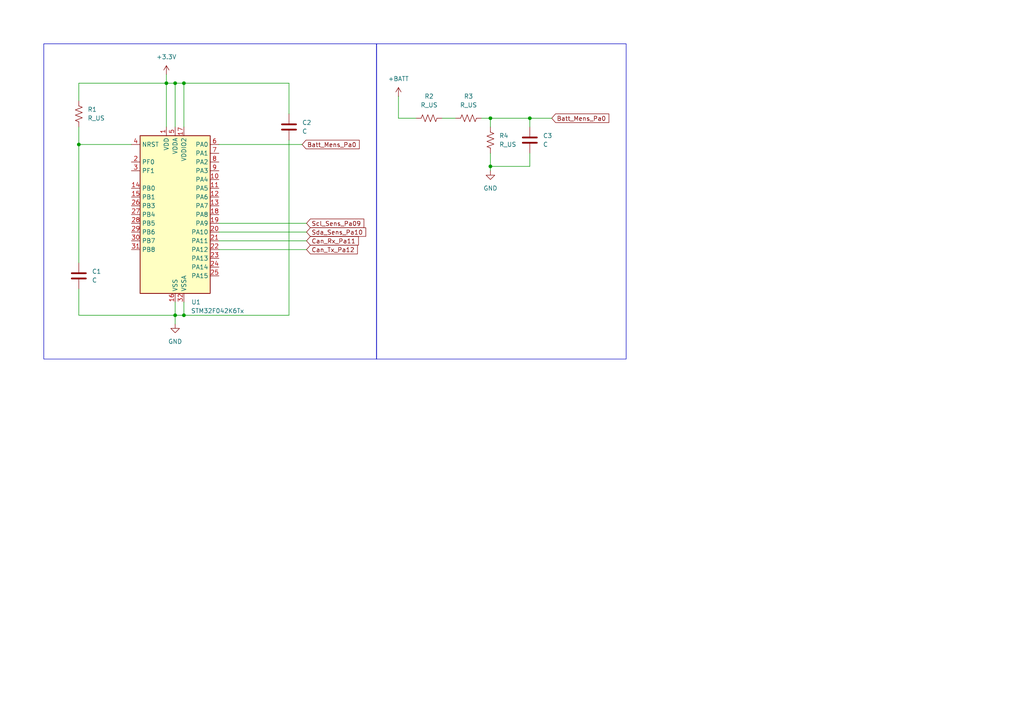
<source format=kicad_sch>
(kicad_sch (version 20250114) (generator "eeschema") (generator_version "9.0")
  (paper "A4")
  (lib_symbols
    (symbol "Device:C" (pin_numbers (hide yes)) (pin_names (offset 0.254))
      (property "Reference" "C" (at 0.635 2.54 0))
      (property "Value" "C" (at 0.635 -2.54 0))
      (symbol "C_0_1"
        (polyline (pts (xy -2.032 0.762) (xy 2.032 0.762)) (stroke (width 0.508)))
        (polyline (pts (xy -2.032 -0.762) (xy 2.032 -0.762)) (stroke (width 0.508)))
      )
      (symbol "C_1_1"
        (pin passive line (at 0 3.81 270) (length 2.794) (name "~") (number "1"))
        (pin passive line (at 0 -3.81 90) (length 2.794) (name "~") (number "2"))
      )
    )
    (symbol "Device:R_US" (pin_numbers (hide yes)) (pin_names (offset 0))
      (property "Reference" "R" (at 2.54 0 90))
      (property "Value" "R_US" (at -2.54 0 90))
      (symbol "R_US_0_1"
        (polyline (pts (xy 0 2.286) (xy 0 2.54)))
        (polyline (pts (xy 0 2.286) (xy 1.016 1.905) (xy 0 1.524) (xy -1.016 1.143) (xy 0 0.762)))
        (polyline (pts (xy 0 0.762) (xy 1.016 0.381) (xy 0 0) (xy -1.016 -0.381) (xy 0 -0.762)))
        (polyline (pts (xy 0 -0.762) (xy 1.016 -1.143) (xy 0 -1.524) (xy -1.016 -1.905) (xy 0 -2.286)))
        (polyline (pts (xy 0 -2.286) (xy 0 -2.54)))
      )
      (symbol "R_US_1_1"
        (pin passive line (at 0 3.81 270) (length 1.27) (name "~") (number "1"))
        (pin passive line (at 0 -3.81 90) (length 1.27) (name "~") (number "2"))
      )
    )
    (symbol "MCU_ST_STM32F0:STM32F042K6Tx"
      (property "Reference" "U" (at -10.16 24.13 0))
      (property "Value" "STM32F042K6Tx" (at 5.08 24.13 0))
      (symbol "STM32F042K6Tx_0_1"
        (rectangle (start -10.16 -22.86) (end 10.16 22.86) (stroke (width 0.254)) (fill (type background)))
      )
      (symbol "STM32F042K6Tx_1_1"
        (pin input line (at -12.7 20.32 0) (length 2.54) (name "NRST") (number "4"))
        (pin bidirectional line (at -12.7 15.24 0) (length 2.54) (name "PF0") (number "2"))
        (pin bidirectional line (at -12.7 12.7 0) (length 2.54) (name "PF1") (number "3"))
        (pin bidirectional line (at -12.7 7.62 0) (length 2.54) (name "PB0") (number "14"))
        (pin bidirectional line (at -12.7 5.08 0) (length 2.54) (name "PB1") (number "15"))
        (pin bidirectional line (at -12.7 2.54 0) (length 2.54) (name "PB3") (number "26"))
        (pin bidirectional line (at -12.7 0 0) (length 2.54) (name "PB4") (number "27"))
        (pin bidirectional line (at -12.7 -2.54 0) (length 2.54) (name "PB5") (number "28"))
        (pin bidirectional line (at -12.7 -5.08 0) (length 2.54) (name "PB6") (number "29"))
        (pin bidirectional line (at -12.7 -7.62 0) (length 2.54) (name "PB7") (number "30"))
        (pin bidirectional line (at -12.7 -10.16 0) (length 2.54) (name "PB8") (number "31"))
        (pin power_in line (at -2.54 25.4 270) (length 2.54) (name "VDD") (number "1"))
        (pin power_in line (at 0 25.4 270) (length 2.54) (name "VDDA") (number "5"))
        (pin power_in line (at 0 -25.4 90) (length 2.54) (name "VSS") (number "16"))
        (pin power_in line (at 2.54 25.4 270) (length 2.54) (name "VDDIO2") (number "17"))
        (pin power_in line (at 2.54 -25.4 90) (length 2.54) (name "VSSA") (number "32"))
        (pin bidirectional line (at 12.7 20.32 180) (length 2.54) (name "PA0") (number "6"))
        (pin bidirectional line (at 12.7 17.78 180) (length 2.54) (name "PA1") (number "7"))
        (pin bidirectional line (at 12.7 15.24 180) (length 2.54) (name "PA2") (number "8"))
        (pin bidirectional line (at 12.7 12.7 180) (length 2.54) (name "PA3") (number "9"))
        (pin bidirectional line (at 12.7 10.16 180) (length 2.54) (name "PA4") (number "10"))
        (pin bidirectional line (at 12.7 7.62 180) (length 2.54) (name "PA5") (number "11"))
        (pin bidirectional line (at 12.7 5.08 180) (length 2.54) (name "PA6") (number "12"))
        (pin bidirectional line (at 12.7 2.54 180) (length 2.54) (name "PA7") (number "13"))
        (pin bidirectional line (at 12.7 0 180) (length 2.54) (name "PA8") (number "18"))
        (pin bidirectional line (at 12.7 -2.54 180) (length 2.54) (name "PA9") (number "19"))
        (pin bidirectional line (at 12.7 -5.08 180) (length 2.54) (name "PA10") (number "20"))
        (pin bidirectional line (at 12.7 -7.62 180) (length 2.54) (name "PA11") (number "21"))
        (pin bidirectional line (at 12.7 -10.16 180) (length 2.54) (name "PA12") (number "22"))
        (pin bidirectional line (at 12.7 -12.7 180) (length 2.54) (name "PA13") (number "23"))
        (pin bidirectional line (at 12.7 -15.24 180) (length 2.54) (name "PA14") (number "24"))
        (pin bidirectional line (at 12.7 -17.78 180) (length 2.54) (name "PA15") (number "25"))
      )
    )
    (symbol "power:+3.3V" (power) (pin_names (offset 0))
      (property "Value" "+3.3V" (at 0 3.556 0))
      (symbol "+3.3V_0_1"
        (polyline (pts (xy -0.762 1.27) (xy 0 2.54)))
        (polyline (pts (xy 0 2.54) (xy 0.762 1.27)))
        (polyline (pts (xy 0 0) (xy 0 2.54)))
      )
      (symbol "+3.3V_1_1"
        (pin power_in line (at 0 0 90) (length 0) (hide yes) (name "+3.3V") (number "1"))
      )
    )
    (symbol "power:+BATT" (power) (pin_numbers (hide yes)) (pin_names (offset 0) (hide yes))
      (property "Value" "+BATT" (at 0 3.556 0))
      (symbol "+BATT_0_1"
        (polyline (pts (xy -0.762 1.27) (xy 0 2.54)))
        (polyline (pts (xy 0 2.54) (xy 0.762 1.27)))
        (polyline (pts (xy 0 0) (xy 0 2.54)))
      )
      (symbol "+BATT_1_1"
        (pin power_in line (at 0 0 90) (length 0) (name "~") (number "1"))
      )
    )
    (symbol "power:GND" (power) (pin_names (offset 0))
      (property "Value" "GND" (at 0 -3.81 0))
      (symbol "GND_0_1"
        (polyline (pts (xy 0 0) (xy 0 -1.27) (xy 1.27 -1.27) (xy 0 -2.54) (xy -1.27 -1.27) (xy 0 -1.27)))
      )
      (symbol "GND_1_1"
        (pin power_in line (at 0 0 270) (length 0) (hide yes) (name "GND") (number "1"))
      )
    )
  )
  (rectangle (start 12.7 12.7) (end 109.22 104.14))
  (rectangle (start 109.22 12.7) (end 181.61 104.14))
  (junction (at 153.67 34.29))
  (junction (at 50.8 91.44))
  (junction (at 142.24 48.26))
  (junction (at 53.34 91.44))
  (junction (at 50.8 24.13))
  (junction (at 22.86 41.91))
  (junction (at 53.34 24.13))
  (junction (at 48.26 24.13))
  (junction (at 142.24 34.29))
  (wire (pts (xy 142.24 36.83) (xy 142.24 34.29)))
  (wire (pts (xy 83.82 24.13) (xy 53.34 24.13)))
  (wire (pts (xy 22.86 24.13) (xy 48.26 24.13)))
  (wire (pts (xy 48.26 24.13) (xy 50.8 24.13)))
  (wire (pts (xy 142.24 48.26) (xy 142.24 49.53)))
  (wire (pts (xy 88.9 67.31) (xy 63.5 67.31)))
  (wire (pts (xy 83.82 40.64) (xy 83.82 91.44)))
  (wire (pts (xy 153.67 34.29) (xy 153.67 36.83)))
  (wire (pts (xy 48.26 24.13) (xy 48.26 36.83)))
  (wire (pts (xy 63.5 69.85) (xy 88.9 69.85)))
  (wire (pts (xy 22.86 41.91) (xy 22.86 76.2)))
  (wire (pts (xy 53.34 91.44) (xy 50.8 91.44)))
  (wire (pts (xy 22.86 36.83) (xy 22.86 41.91)))
  (wire (pts (xy 53.34 87.63) (xy 53.34 91.44)))
  (wire (pts (xy 142.24 34.29) (xy 139.7 34.29)))
  (wire (pts (xy 63.5 64.77) (xy 88.9 64.77)))
  (wire (pts (xy 115.57 34.29) (xy 120.65 34.29)))
  (wire (pts (xy 50.8 87.63) (xy 50.8 91.44)))
  (wire (pts (xy 63.5 72.39) (xy 88.9 72.39)))
  (wire (pts (xy 83.82 91.44) (xy 53.34 91.44)))
  (wire (pts (xy 48.26 21.59) (xy 48.26 24.13)))
  (wire (pts (xy 128.27 34.29) (xy 132.08 34.29)))
  (wire (pts (xy 115.57 27.94) (xy 115.57 34.29)))
  (wire (pts (xy 63.5 41.91) (xy 87.63 41.91)))
  (wire (pts (xy 22.86 41.91) (xy 38.1 41.91)))
  (wire (pts (xy 142.24 34.29) (xy 153.67 34.29)))
  (wire (pts (xy 22.86 91.44) (xy 50.8 91.44)))
  (wire (pts (xy 53.34 24.13) (xy 53.34 36.83)))
  (wire (pts (xy 22.86 29.21) (xy 22.86 24.13)))
  (wire (pts (xy 50.8 24.13) (xy 50.8 36.83)))
  (wire (pts (xy 22.86 83.82) (xy 22.86 91.44)))
  (wire (pts (xy 153.67 48.26) (xy 142.24 48.26)))
  (wire (pts (xy 142.24 44.45) (xy 142.24 48.26)))
  (wire (pts (xy 50.8 24.13) (xy 53.34 24.13)))
  (wire (pts (xy 83.82 33.02) (xy 83.82 24.13)))
  (wire (pts (xy 50.8 91.44) (xy 50.8 93.98)))
  (wire (pts (xy 153.67 44.45) (xy 153.67 48.26)))
  (wire (pts (xy 160.02 34.29) (xy 153.67 34.29)))
  (global_label "Batt_Mens_Pa0" (shape input) (at 160.02 34.29 0) (property "Intersheetrefs" "${INTERSHEET_REFS}" (effects (hide yes))))
  (global_label "Scl_Sens_Pa09" (shape input) (at 88.9 64.77 0) (property "Intersheetrefs" "${INTERSHEET_REFS}" (effects (hide yes))))
  (global_label "Batt_Mens_Pa0" (shape input) (at 87.63 41.91 0) (property "Intersheetrefs" "${INTERSHEET_REFS}" (effects (hide yes))))
  (global_label "Sda_Sens_Pa10" (shape input) (at 88.9 67.31 0) (property "Intersheetrefs" "${INTERSHEET_REFS}" (effects (hide yes))))
  (global_label "Can_Rx_Pa11" (shape input) (at 88.9 69.85 0) (property "Intersheetrefs" "${INTERSHEET_REFS}" (effects (hide yes))))
  (global_label "Can_Tx_Pa12" (shape input) (at 88.9 72.39 0) (property "Intersheetrefs" "${INTERSHEET_REFS}" (effects (hide yes))))
  (symbol (lib_id "power:+3.3V") (at 48.26 21.59 0) (unit 1)
    (property "Reference" "#PWR01" (effects (hide yes)))
    (property "Value" "+3.3V" (at 48.26 16.51 0))
    (property "Description" "Power symbol creates a global label with name \"+3.3V\"" (effects (hide yes)))
  )
  (symbol (lib_id "power:+BATT") (at 115.57 27.94 0) (unit 1)
    (property "Reference" "#PWR04" (effects (hide yes)))
    (property "Value" "+BATT" (at 115.57 22.86 0))
    (property "Description" "Power symbol creates a global label with name \"+BATT\"" (effects (hide yes)))
  )
  (symbol (lib_id "MCU_ST_STM32F0:STM32F042K6Tx") (at 50.8 62.23 0) (unit 1)
    (property "Reference" "U1" (at 55.4833 87.63 0) (effects (justify left)))
    (property "Value" "STM32F042K6Tx" (at 55.372 90.17 0) (effects (justify left)))
    (property "Footprint" "Package_QFP:LQFP-32_7x7mm_P0.8mm" (effects (hide yes)))
    (property "Datasheet" "https://www.st.com/resource/en/datasheet/stm32f042k6.pdf" (effects (hide yes)))
    (property "Description" "STMicroelectronics Arm Cortex-M0 MCU, 32KB flash, 6KB RAM, 48 MHz, 2.0-3.6V, 26 GPIO, LQFP32" (effects (hide yes)))
  )
  (symbol (lib_id "power:GND") (at 142.24 49.53 0) (unit 1)
    (property "Reference" "#PWR03" (effects (hide yes)))
    (property "Value" "GND" (at 142.24 54.61 0))
    (property "Description" "Power symbol creates a global label with name \"GND\" , ground" (effects (hide yes)))
  )
  (symbol (lib_id "Device:C") (at 83.82 36.83 0) (unit 1)
    (property "Reference" "C2" (at 87.63 35.5599 0) (effects (justify left)))
    (property "Value" "C" (at 87.63 38.0999 0) (effects (justify left)))
    (property "Description" "Unpolarized capacitor" (effects (hide yes)))
  )
  (symbol (lib_id "Device:R_US") (at 22.86 33.02 0) (unit 1)
    (property "Reference" "R1" (at 25.4 31.7499 0) (effects (justify left)))
    (property "Value" "R_US" (at 25.4 34.2899 0) (effects (justify left)))
    (property "Description" "Resistor, US symbol" (effects (hide yes)))
  )
  (symbol (lib_id "power:GND") (at 50.8 93.98 0) (unit 1)
    (property "Reference" "#PWR02" (effects (hide yes)))
    (property "Value" "GND" (at 50.8 99.06 0))
    (property "Description" "Power symbol creates a global label with name \"GND\" , ground" (effects (hide yes)))
  )
  (symbol (lib_id "Device:C") (at 153.67 40.64 0) (unit 1)
    (property "Reference" "C3" (at 157.48 39.3699 0) (effects (justify left)))
    (property "Value" "C" (at 157.48 41.9099 0) (effects (justify left)))
    (property "Description" "Unpolarized capacitor" (effects (hide yes)))
  )
  (symbol (lib_id "Device:R_US") (at 135.89 34.29 90) (unit 1)
    (property "Reference" "R3" (at 135.89 27.94 90))
    (property "Value" "R_US" (at 135.89 30.48 90))
    (property "Description" "Resistor, US symbol" (effects (hide yes)))
  )
  (symbol (lib_id "Device:R_US") (at 124.46 34.29 90) (unit 1)
    (property "Reference" "R2" (at 124.46 27.94 90))
    (property "Value" "R_US" (at 124.46 30.48 90))
    (property "Description" "Resistor, US symbol" (effects (hide yes)))
  )
  (symbol (lib_id "Device:C") (at 22.86 80.01 0) (unit 1)
    (property "Reference" "C1" (at 26.67 78.7399 0) (effects (justify left)))
    (property "Value" "C" (at 26.67 81.2799 0) (effects (justify left)))
    (property "Description" "Unpolarized capacitor" (effects (hide yes)))
  )
  (symbol (lib_id "Device:R_US") (at 142.24 40.64 0) (unit 1)
    (property "Reference" "R4" (at 144.78 39.3699 0) (effects (justify left)))
    (property "Value" "R_US" (at 144.78 41.9099 0) (effects (justify left)))
    (property "Description" "Resistor, US symbol" (effects (hide yes)))
  )
)
</source>
